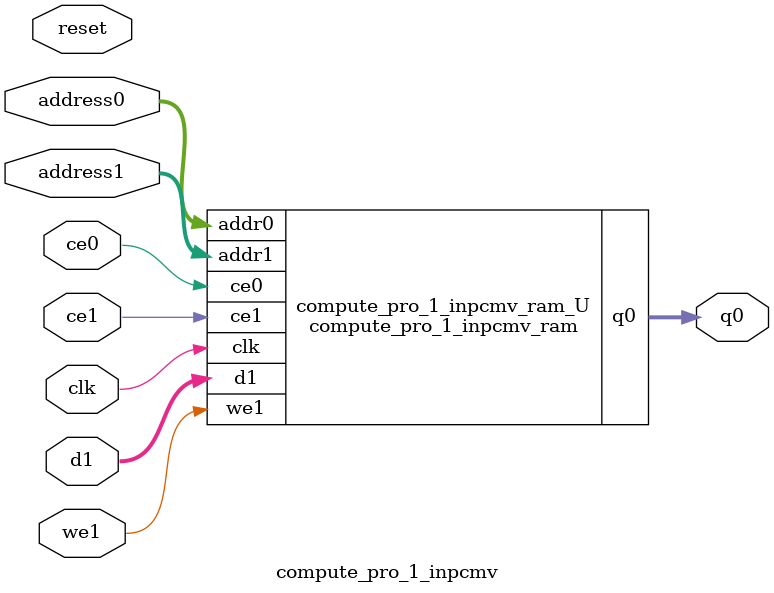
<source format=v>
`timescale 1 ns / 1 ps
module compute_pro_1_inpcmv_ram (addr0, ce0, q0, addr1, ce1, d1, we1,  clk);

parameter DWIDTH = 16;
parameter AWIDTH = 5;
parameter MEM_SIZE = 32;

input[AWIDTH-1:0] addr0;
input ce0;
output reg[DWIDTH-1:0] q0;
input[AWIDTH-1:0] addr1;
input ce1;
input[DWIDTH-1:0] d1;
input we1;
input clk;

(* ram_style = "block" *)reg [DWIDTH-1:0] ram[0:MEM_SIZE-1];




always @(posedge clk)  
begin 
    if (ce0) 
    begin
        q0 <= ram[addr0];
    end
end


always @(posedge clk)  
begin 
    if (ce1) 
    begin
        if (we1) 
        begin 
            ram[addr1] <= d1; 
        end 
    end
end


endmodule

`timescale 1 ns / 1 ps
module compute_pro_1_inpcmv(
    reset,
    clk,
    address0,
    ce0,
    q0,
    address1,
    ce1,
    we1,
    d1);

parameter DataWidth = 32'd16;
parameter AddressRange = 32'd32;
parameter AddressWidth = 32'd5;
input reset;
input clk;
input[AddressWidth - 1:0] address0;
input ce0;
output[DataWidth - 1:0] q0;
input[AddressWidth - 1:0] address1;
input ce1;
input we1;
input[DataWidth - 1:0] d1;



compute_pro_1_inpcmv_ram compute_pro_1_inpcmv_ram_U(
    .clk( clk ),
    .addr0( address0 ),
    .ce0( ce0 ),
    .q0( q0 ),
    .addr1( address1 ),
    .ce1( ce1 ),
    .we1( we1 ),
    .d1( d1 ));

endmodule


</source>
